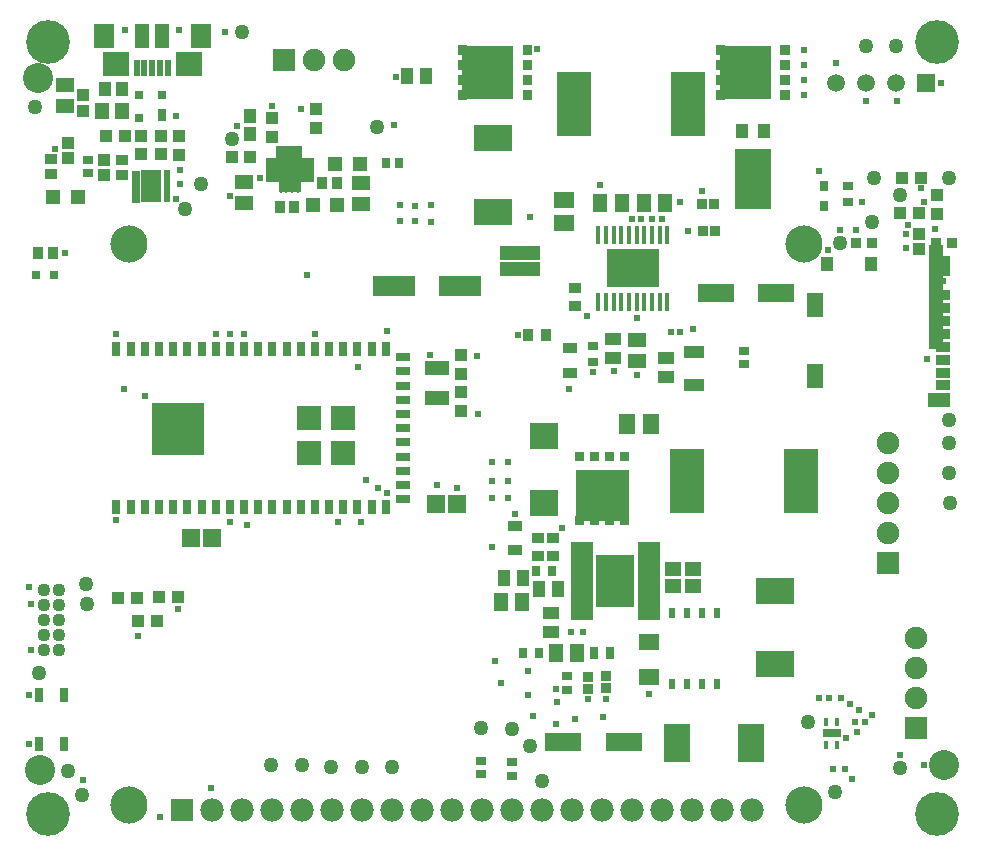
<source format=gts>
G04*
G04 #@! TF.GenerationSoftware,Altium Limited,Altium Designer,21.6.1 (37)*
G04*
G04 Layer_Color=8388736*
%FSLAX25Y25*%
%MOIN*%
G70*
G04*
G04 #@! TF.SameCoordinates,18CB3FBA-EE43-4B35-A7A6-DE1691C197D8*
G04*
G04*
G04 #@! TF.FilePolarity,Negative*
G04*
G01*
G75*
%ADD19R,0.12520X0.08584*%
%ADD20R,0.06300X0.02800*%
%ADD21R,0.01200X0.02600*%
%ADD35R,0.03900X0.04500*%
%ADD36R,0.12200X0.20500*%
%ADD37R,0.01900X0.03800*%
%ADD38C,0.05000*%
%ADD49R,0.11400X0.21300*%
%ADD54R,0.01968X0.02362*%
%ADD55R,0.04724X0.03543*%
%ADD56R,0.03150X0.03543*%
%ADD57R,0.02288X0.01860*%
%ADD58R,0.03197X0.02593*%
%ADD59R,0.13410X0.04548*%
%ADD60R,0.03150X0.03150*%
%ADD61R,0.04724X0.04724*%
%ADD62R,0.07119X0.05337*%
%ADD63R,0.02047X0.02047*%
%ADD64R,0.04941X0.05733*%
%ADD65R,0.05924X0.06127*%
%ADD69R,0.12000X0.06300*%
%ADD81R,0.09800X0.08900*%
%ADD87R,0.08584X0.12520*%
%ADD91R,0.02593X0.03197*%
%ADD96R,0.07649X0.25998*%
%ADD97R,0.07200X0.26032*%
%ADD98R,0.02075X0.10691*%
%ADD99R,0.03117X0.10663*%
%ADD100R,0.07770X0.05122*%
%ADD101R,0.16050X0.08280*%
%ADD102R,0.08893X0.04121*%
%ADD103R,0.05027X0.34547*%
%ADD104R,0.03156X0.05124*%
%ADD105R,0.05124X0.03156*%
%ADD106R,0.08274X0.08274*%
%ADD107R,0.08819X0.08819*%
%ADD108O,0.03898X0.01654*%
%ADD109O,0.01654X0.03898*%
%ADD110R,0.07244X0.07244*%
%ADD111R,0.03353X0.03747*%
%ADD112R,0.03550X0.04140*%
%ADD113R,0.03747X0.03156*%
%ADD114R,0.03156X0.03943*%
%ADD115R,0.04337X0.03550*%
%ADD116R,0.03550X0.02762*%
%ADD117R,0.04337X0.03943*%
%ADD118R,0.02959X0.04534*%
%ADD119R,0.03156X0.02762*%
%ADD120R,0.03156X0.04337*%
%ADD121R,0.01800X0.06000*%
%ADD122R,0.17500X0.12800*%
%ADD123R,0.05715X0.07880*%
%ADD124R,0.04337X0.05124*%
%ADD125R,0.05715X0.06502*%
%ADD126R,0.04731X0.03747*%
%ADD127R,0.04731X0.03353*%
%ADD128R,0.07487X0.05006*%
%ADD129R,0.05124X0.07880*%
%ADD130R,0.06699X0.07880*%
%ADD131R,0.08668X0.08274*%
%ADD132R,0.01975X0.05715*%
%ADD133C,0.10000*%
%ADD134R,0.02880X0.02959*%
%ADD135R,0.01975X0.01384*%
%ADD136R,0.07102X0.10646*%
%ADD137R,0.04337X0.04140*%
%ADD138R,0.04337X0.04534*%
%ADD139R,0.05321X0.04731*%
%ADD140R,0.04337X0.04731*%
%ADD141R,0.07093X0.04140*%
%ADD142R,0.06109X0.04928*%
%ADD143R,0.06502X0.05715*%
%ADD144R,0.04140X0.05715*%
%ADD145R,0.05715X0.04140*%
%ADD146R,0.04928X0.06109*%
%ADD147R,0.03235X0.03235*%
%ADD148R,0.14179X0.06699*%
%ADD149R,0.07880X0.04731*%
%ADD150R,0.03943X0.04337*%
%ADD151R,0.05715X0.06502*%
%ADD152R,0.03235X0.03235*%
%ADD153R,0.04140X0.03550*%
%ADD154R,0.03156X0.03747*%
%ADD155R,0.02762X0.03550*%
%ADD156R,0.02959X0.02880*%
%ADD157R,0.06000X0.01800*%
%ADD158R,0.12800X0.17500*%
%ADD159R,0.03550X0.04337*%
%ADD160C,0.07487*%
%ADD161R,0.07487X0.07487*%
%ADD162R,0.07487X0.07487*%
%ADD163C,0.05943*%
%ADD164R,0.05943X0.05943*%
%ADD165R,0.07782X0.07782*%
%ADD166C,0.07782*%
%ADD167C,0.04360*%
%ADD168C,0.12400*%
%ADD169C,0.14573*%
%ADD170C,0.02400*%
G36*
X256407Y262315D02*
X253375D01*
Y265425D01*
X256407D01*
Y262315D01*
D02*
G37*
G36*
X170437D02*
X167406D01*
Y265425D01*
X170437D01*
Y262315D01*
D02*
G37*
G36*
X256407Y257315D02*
X253375D01*
Y260425D01*
X256407D01*
Y257315D01*
D02*
G37*
G36*
X170437D02*
X167406D01*
Y260425D01*
X170437D01*
Y257315D01*
D02*
G37*
G36*
X256407Y252315D02*
X253375D01*
Y255425D01*
X256407D01*
Y252315D01*
D02*
G37*
G36*
X170437D02*
X167406D01*
Y255425D01*
X170437D01*
Y252315D01*
D02*
G37*
G36*
X256407Y247315D02*
X253375D01*
Y250425D01*
X256407D01*
Y247315D01*
D02*
G37*
G36*
X234871Y265150D02*
X250206D01*
Y256370D01*
Y247591D01*
X234871D01*
Y247315D01*
X231839D01*
Y250425D01*
X233315D01*
Y252315D01*
X231839D01*
Y255425D01*
X233315D01*
Y256370D01*
Y257315D01*
X231839D01*
Y260425D01*
X233315D01*
Y262315D01*
X231839D01*
Y265425D01*
X234871D01*
Y265150D01*
D02*
G37*
G36*
X170437Y247315D02*
X167406D01*
Y250425D01*
X170437D01*
Y247315D01*
D02*
G37*
G36*
X148901Y265150D02*
X164237D01*
Y256370D01*
Y247591D01*
X148901D01*
Y247315D01*
X145870D01*
Y250425D01*
X147345D01*
Y252315D01*
X145870D01*
Y255425D01*
X147345D01*
Y256370D01*
Y257315D01*
X145870D01*
Y260425D01*
X147345D01*
Y262315D01*
X145870D01*
Y265425D01*
X148901D01*
Y265150D01*
D02*
G37*
G36*
X203029Y126952D02*
X199919D01*
Y129984D01*
X203029D01*
Y126952D01*
D02*
G37*
G36*
X198029D02*
X194919D01*
Y129984D01*
X198029D01*
Y126952D01*
D02*
G37*
G36*
X193029D02*
X189919D01*
Y129984D01*
X193029D01*
Y126952D01*
D02*
G37*
G36*
X188029D02*
X184919D01*
Y129984D01*
X188029D01*
Y126952D01*
D02*
G37*
G36*
X202753Y108448D02*
X203029D01*
Y105416D01*
X199919D01*
Y106892D01*
X198029D01*
Y105416D01*
X194919D01*
Y106892D01*
X193029D01*
Y105416D01*
X189919D01*
Y106892D01*
X188029D01*
Y105416D01*
X184919D01*
Y108448D01*
X185194D01*
Y123784D01*
X202753D01*
Y108448D01*
D02*
G37*
D19*
X157653Y234362D02*
D03*
Y209738D02*
D03*
X251519Y83664D02*
D03*
Y59040D02*
D03*
D20*
X270418Y36106D02*
D03*
D21*
X272386Y32256D02*
D03*
X268449D02*
D03*
Y39956D02*
D03*
X272386D02*
D03*
D35*
X240501Y236680D02*
D03*
X247745D02*
D03*
D36*
X244123Y220980D02*
D03*
D37*
X232308Y76166D02*
D03*
Y52566D02*
D03*
X227308D02*
D03*
X222308D02*
D03*
X217308D02*
D03*
Y76166D02*
D03*
X222308D02*
D03*
X227308D02*
D03*
D38*
X113783Y24969D02*
D03*
X4800Y244900D02*
D03*
X60098Y219228D02*
D03*
X73905Y269700D02*
D03*
X54882Y210773D02*
D03*
X70431Y234047D02*
D03*
X273376Y199555D02*
D03*
X283785Y206531D02*
D03*
X309411Y140394D02*
D03*
X284444Y221101D02*
D03*
X293179Y215604D02*
D03*
X309570Y221101D02*
D03*
X15800Y23600D02*
D03*
X20600Y15400D02*
D03*
X21900Y85796D02*
D03*
X22100Y79100D02*
D03*
X6168Y56200D02*
D03*
X271563Y16622D02*
D03*
X262737Y39956D02*
D03*
X291856Y265150D02*
D03*
X123783Y24969D02*
D03*
X309548Y133000D02*
D03*
X119034Y238318D02*
D03*
X281761Y265150D02*
D03*
X153600Y37921D02*
D03*
X293300Y24400D02*
D03*
X309570Y123000D02*
D03*
X164018Y37549D02*
D03*
X309800Y112893D02*
D03*
X170052Y31991D02*
D03*
X93883Y25469D02*
D03*
X83583D02*
D03*
X173993Y20057D02*
D03*
X103716Y24969D02*
D03*
D49*
X184494Y245947D02*
D03*
X222694D02*
D03*
X260394Y120229D02*
D03*
X222194D02*
D03*
D54*
X274839Y24106D02*
D03*
X270902D02*
D03*
X187582Y69860D02*
D03*
X183644D02*
D03*
X273639Y47806D02*
D03*
X269702D02*
D03*
D55*
X183222Y156200D02*
D03*
Y164467D02*
D03*
X165035Y105277D02*
D03*
Y97010D02*
D03*
D56*
X267795Y211923D02*
D03*
Y218616D02*
D03*
D57*
X220000Y169800D02*
D03*
X217000D02*
D03*
D58*
X275876Y218465D02*
D03*
Y213137D02*
D03*
D59*
X166618Y190689D02*
D03*
Y196008D02*
D03*
D60*
X5347Y188800D02*
D03*
X11253D02*
D03*
D61*
X105728Y212338D02*
D03*
X97460D02*
D03*
X113328Y225866D02*
D03*
X105060D02*
D03*
X19134Y214799D02*
D03*
X10866D02*
D03*
D62*
X209492Y66522D02*
D03*
Y54898D02*
D03*
D63*
X278385Y39956D02*
D03*
X281535D02*
D03*
D64*
X33751Y243348D02*
D03*
X27249D02*
D03*
D65*
X138534Y112402D02*
D03*
X145666D02*
D03*
X56845Y101200D02*
D03*
X63977D02*
D03*
D69*
X252050Y182900D02*
D03*
X231750D02*
D03*
X201292Y33223D02*
D03*
X180992D02*
D03*
D81*
X174592Y135093D02*
D03*
Y112893D02*
D03*
D87*
X218853Y32756D02*
D03*
X243477D02*
D03*
D91*
X172848Y62910D02*
D03*
X167520D02*
D03*
D96*
X209468Y86727D02*
D03*
D97*
X187092Y86725D02*
D03*
D98*
X48739Y218375D02*
D03*
D99*
X38547Y218153D02*
D03*
D100*
X89742Y218687D02*
D03*
D101*
X89851Y223778D02*
D03*
D102*
X89495Y229813D02*
D03*
D103*
X305255Y181390D02*
D03*
D104*
X32065Y111417D02*
D03*
X36789D02*
D03*
X41514D02*
D03*
X46238D02*
D03*
X50963D02*
D03*
X55687D02*
D03*
X60411D02*
D03*
X65136D02*
D03*
X69860D02*
D03*
X74585D02*
D03*
X79309D02*
D03*
X84034D02*
D03*
X88758D02*
D03*
X93482D02*
D03*
X98207D02*
D03*
X102931D02*
D03*
X107656D02*
D03*
X112380D02*
D03*
X117104D02*
D03*
X121829D02*
D03*
Y164173D02*
D03*
X117104D02*
D03*
X112380D02*
D03*
X107656D02*
D03*
X98207D02*
D03*
X93482D02*
D03*
X88758D02*
D03*
X84034D02*
D03*
X79309D02*
D03*
X74585D02*
D03*
X69860D02*
D03*
X65136D02*
D03*
X60411D02*
D03*
X55687D02*
D03*
X50963D02*
D03*
X46238D02*
D03*
X41514D02*
D03*
X36789D02*
D03*
X32065D02*
D03*
X102931D02*
D03*
D105*
X127502Y114157D02*
D03*
Y123606D02*
D03*
Y128331D02*
D03*
Y133055D02*
D03*
Y137779D02*
D03*
Y142504D02*
D03*
Y147228D02*
D03*
Y151953D02*
D03*
Y156677D02*
D03*
Y161402D02*
D03*
Y118882D02*
D03*
D106*
X107600Y129585D02*
D03*
X96360D02*
D03*
X107600Y141097D02*
D03*
X96360D02*
D03*
D107*
X56840Y133317D02*
D03*
X48108D02*
D03*
X56840Y141908D02*
D03*
X48108D02*
D03*
D108*
X83893Y226953D02*
D03*
Y224984D02*
D03*
Y223016D02*
D03*
Y221047D02*
D03*
X95507D02*
D03*
Y223016D02*
D03*
Y224984D02*
D03*
Y226953D02*
D03*
D109*
X86747Y218193D02*
D03*
X88716D02*
D03*
X90684D02*
D03*
X92653D02*
D03*
Y229807D02*
D03*
X90684D02*
D03*
X88716D02*
D03*
X86747D02*
D03*
D110*
X89700Y224000D02*
D03*
D111*
X283785Y199555D02*
D03*
X278667D02*
D03*
X310488D02*
D03*
X305369D02*
D03*
D112*
X86434Y211438D02*
D03*
X91355D02*
D03*
X10961Y196100D02*
D03*
X6039D02*
D03*
X100533Y219638D02*
D03*
X105455D02*
D03*
D113*
X164018Y26500D02*
D03*
Y21972D02*
D03*
X22500Y222740D02*
D03*
Y227268D02*
D03*
X182200Y55185D02*
D03*
Y50657D02*
D03*
X241297Y159054D02*
D03*
Y163581D02*
D03*
X153600Y26974D02*
D03*
Y22446D02*
D03*
D114*
X196726Y62910D02*
D03*
X191214D02*
D03*
D115*
X184994Y178595D02*
D03*
Y184500D02*
D03*
X177718Y101194D02*
D03*
Y95288D02*
D03*
X172602Y95288D02*
D03*
Y101194D02*
D03*
D116*
X190942Y165107D02*
D03*
Y159989D02*
D03*
D117*
X83893Y234864D02*
D03*
Y241163D02*
D03*
X146933Y155953D02*
D03*
Y162253D02*
D03*
X53000Y235150D02*
D03*
Y228850D02*
D03*
X146933Y149909D02*
D03*
Y143610D02*
D03*
X40402Y235319D02*
D03*
Y229020D02*
D03*
X46902Y235319D02*
D03*
Y229020D02*
D03*
X305667Y209305D02*
D03*
Y215604D02*
D03*
X98547Y237817D02*
D03*
Y244116D02*
D03*
D118*
X6168Y32531D02*
D03*
Y48869D02*
D03*
X14632D02*
D03*
Y32531D02*
D03*
D119*
X39449Y241283D02*
D03*
Y248764D02*
D03*
X47323D02*
D03*
D120*
Y242071D02*
D03*
D121*
X192678Y179847D02*
D03*
X195237D02*
D03*
X197796D02*
D03*
X200355D02*
D03*
X202914D02*
D03*
X205473D02*
D03*
X208032D02*
D03*
X210591D02*
D03*
X213150D02*
D03*
X215709D02*
D03*
X215709Y202247D02*
D03*
X213150D02*
D03*
X210591D02*
D03*
X208032D02*
D03*
X205473D02*
D03*
X202914D02*
D03*
X200355D02*
D03*
X197796D02*
D03*
X195237D02*
D03*
X192678D02*
D03*
D122*
X204194Y191047D02*
D03*
D123*
X265019Y155299D02*
D03*
Y178803D02*
D03*
D124*
X283425Y192582D02*
D03*
X268858D02*
D03*
D125*
X307145Y191893D02*
D03*
D126*
X307638Y182208D02*
D03*
Y177878D02*
D03*
Y173547D02*
D03*
Y169216D02*
D03*
Y164886D02*
D03*
Y160555D02*
D03*
Y156224D02*
D03*
D127*
Y152090D02*
D03*
D128*
X306259Y147327D02*
D03*
D129*
X47303Y268368D02*
D03*
X40610D02*
D03*
D130*
X60098D02*
D03*
X27815D02*
D03*
D131*
X56161Y259116D02*
D03*
X31752D02*
D03*
D132*
X49075Y257837D02*
D03*
X46516D02*
D03*
X43957D02*
D03*
X41398D02*
D03*
X38839D02*
D03*
D133*
X307800Y25600D02*
D03*
X6039Y254500D02*
D03*
X6500Y23900D02*
D03*
D134*
X233355Y248870D02*
D03*
Y253870D02*
D03*
Y258870D02*
D03*
Y263870D02*
D03*
X254891D02*
D03*
Y258870D02*
D03*
Y253870D02*
D03*
Y248870D02*
D03*
X147385D02*
D03*
Y253870D02*
D03*
Y258870D02*
D03*
Y263870D02*
D03*
X168921D02*
D03*
Y258870D02*
D03*
Y253870D02*
D03*
Y248870D02*
D03*
D135*
X38169Y222772D02*
D03*
Y221000D02*
D03*
Y219228D02*
D03*
Y217457D02*
D03*
Y215685D02*
D03*
Y213913D02*
D03*
X48799D02*
D03*
Y215685D02*
D03*
Y217457D02*
D03*
Y219228D02*
D03*
Y221000D02*
D03*
Y222772D02*
D03*
D136*
X43484Y218342D02*
D03*
D137*
X299478Y197404D02*
D03*
Y202522D02*
D03*
X16000Y227882D02*
D03*
Y233000D02*
D03*
X20752Y248756D02*
D03*
Y243638D02*
D03*
X27815Y227228D02*
D03*
Y222110D02*
D03*
D138*
X76730Y235992D02*
D03*
Y241897D02*
D03*
D139*
X224339Y85110D02*
D03*
X217646D02*
D03*
X224139Y90810D02*
D03*
X217446D02*
D03*
D140*
X28146Y250713D02*
D03*
X33854D02*
D03*
D141*
X224657Y163117D02*
D03*
Y152093D02*
D03*
D142*
X205500Y167223D02*
D03*
Y160137D02*
D03*
X74585Y219972D02*
D03*
Y212885D02*
D03*
X15000Y245213D02*
D03*
Y252299D02*
D03*
X113494Y212551D02*
D03*
Y219638D02*
D03*
D143*
X181308Y213984D02*
D03*
Y206110D02*
D03*
D144*
X172843Y84310D02*
D03*
X179142D02*
D03*
X129050Y255037D02*
D03*
X135350D02*
D03*
X161343Y87710D02*
D03*
X167642D02*
D03*
D145*
X197700Y167617D02*
D03*
Y161318D02*
D03*
X215109Y154920D02*
D03*
Y161219D02*
D03*
X176992Y69860D02*
D03*
Y76159D02*
D03*
D146*
X207833Y212900D02*
D03*
X214920D02*
D03*
X160149Y79710D02*
D03*
X167236D02*
D03*
X178449Y62910D02*
D03*
X185536D02*
D03*
X200437Y212947D02*
D03*
X193350D02*
D03*
D147*
X231569Y203500D02*
D03*
X227631D02*
D03*
X231169Y212500D02*
D03*
X227232D02*
D03*
D148*
X124434Y185166D02*
D03*
X146481D02*
D03*
D149*
X139000Y157725D02*
D03*
Y147883D02*
D03*
D150*
X34902Y235319D02*
D03*
X28602D02*
D03*
X45650Y73600D02*
D03*
X39350D02*
D03*
X300278Y221069D02*
D03*
X293979D02*
D03*
X293179Y209354D02*
D03*
X299478D02*
D03*
X46150Y81400D02*
D03*
X52450D02*
D03*
X32650Y81200D02*
D03*
X38950D02*
D03*
X76730Y228270D02*
D03*
X70431D02*
D03*
D151*
X210215Y139157D02*
D03*
X202341D02*
D03*
D152*
X189238Y54889D02*
D03*
Y50952D02*
D03*
X195300Y55269D02*
D03*
Y51332D02*
D03*
D153*
X10098Y222543D02*
D03*
Y227465D02*
D03*
X33854Y222209D02*
D03*
Y227130D02*
D03*
D154*
X126356Y226264D02*
D03*
X121829D02*
D03*
D155*
X172033Y90095D02*
D03*
X177152D02*
D03*
D156*
X201474Y128468D02*
D03*
X196474D02*
D03*
X191474D02*
D03*
X186474D02*
D03*
Y106932D02*
D03*
X191474D02*
D03*
X196474D02*
D03*
X201474D02*
D03*
D157*
X187092Y98241D02*
D03*
Y95682D02*
D03*
Y93123D02*
D03*
Y90564D02*
D03*
Y88005D02*
D03*
Y85446D02*
D03*
Y82887D02*
D03*
Y80328D02*
D03*
Y77769D02*
D03*
Y75210D02*
D03*
X209492Y75210D02*
D03*
Y77769D02*
D03*
Y80328D02*
D03*
Y82887D02*
D03*
Y88005D02*
D03*
Y90564D02*
D03*
Y93123D02*
D03*
Y98241D02*
D03*
Y85446D02*
D03*
Y95682D02*
D03*
D158*
X198293Y86725D02*
D03*
D159*
X169374Y168750D02*
D03*
X175279D02*
D03*
D160*
X289300Y123000D02*
D03*
Y113000D02*
D03*
Y103000D02*
D03*
Y133000D02*
D03*
X298500Y67800D02*
D03*
Y57800D02*
D03*
Y47800D02*
D03*
X98000Y260370D02*
D03*
X108000D02*
D03*
D161*
X289300Y93000D02*
D03*
X298500Y37800D02*
D03*
D162*
X88000Y260370D02*
D03*
D163*
X271856Y252782D02*
D03*
X281856D02*
D03*
X291856D02*
D03*
D164*
X301856D02*
D03*
D165*
X53800Y10500D02*
D03*
D166*
X63800D02*
D03*
X83800D02*
D03*
X93800D02*
D03*
X103800D02*
D03*
X113800D02*
D03*
X123800D02*
D03*
X133800D02*
D03*
X143800D02*
D03*
X153800D02*
D03*
X163800D02*
D03*
X173800D02*
D03*
X183800D02*
D03*
X193800D02*
D03*
X203800D02*
D03*
X213800D02*
D03*
X223800D02*
D03*
X233800D02*
D03*
X243800D02*
D03*
X73800D02*
D03*
D167*
X8000Y83900D02*
D03*
Y78900D02*
D03*
X13000Y83900D02*
D03*
Y78900D02*
D03*
Y68900D02*
D03*
Y73900D02*
D03*
X8000Y68900D02*
D03*
Y73900D02*
D03*
Y63900D02*
D03*
X13000D02*
D03*
D168*
X261300Y199160D02*
D03*
X36300Y12160D02*
D03*
Y199160D02*
D03*
X261300Y12160D02*
D03*
D169*
X305709Y9252D02*
D03*
Y266339D02*
D03*
X9252Y9252D02*
D03*
Y266339D02*
D03*
D170*
X113642Y106342D02*
D03*
X295335Y197990D02*
D03*
X275368Y34413D02*
D03*
X295800Y205400D02*
D03*
X160220Y52906D02*
D03*
X178738Y46391D02*
D03*
X185021Y40982D02*
D03*
X158128Y60319D02*
D03*
X193150Y218766D02*
D03*
X222694Y203500D02*
D03*
X227272Y216866D02*
D03*
X307472Y186954D02*
D03*
X305044Y196545D02*
D03*
Y204201D02*
D03*
X300278Y217801D02*
D03*
X302249Y160994D02*
D03*
X269135Y197212D02*
D03*
X295335Y202449D02*
D03*
X278706Y203714D02*
D03*
X273376Y203675D02*
D03*
X266220Y223380D02*
D03*
X280551Y213109D02*
D03*
X301375Y213137D02*
D03*
X178629Y39093D02*
D03*
X63700Y17700D02*
D03*
X46500Y8200D02*
D03*
X266400Y47918D02*
D03*
X278894Y36376D02*
D03*
X277282Y20900D02*
D03*
X283987Y42116D02*
D03*
X276570Y45906D02*
D03*
X279700Y43800D02*
D03*
X301100Y25600D02*
D03*
X292193Y246837D02*
D03*
X281856D02*
D03*
X306856Y252782D02*
D03*
X271854Y259618D02*
D03*
X261200Y263870D02*
D03*
Y253700D02*
D03*
Y258700D02*
D03*
Y248700D02*
D03*
X11500Y231000D02*
D03*
X293300Y28716D02*
D03*
X207020Y207344D02*
D03*
X203820D02*
D03*
X122400Y116135D02*
D03*
X119200Y117700D02*
D03*
X98207Y169136D02*
D03*
X115200Y120500D02*
D03*
X125077Y254846D02*
D03*
X157153Y114535D02*
D03*
Y120076D02*
D03*
Y126353D02*
D03*
X162524D02*
D03*
Y120076D02*
D03*
Y114535D02*
D03*
X165830Y168750D02*
D03*
X136778Y206632D02*
D03*
X131520Y206999D02*
D03*
X126424D02*
D03*
X136778Y212223D02*
D03*
X131520Y212000D02*
D03*
X126580Y212223D02*
D03*
X224088Y170785D02*
D03*
X169897Y208079D02*
D03*
X210591Y207509D02*
D03*
X172361Y264234D02*
D03*
X213898Y207380D02*
D03*
X188931Y175051D02*
D03*
X190942Y156545D02*
D03*
X182980Y150821D02*
D03*
X205420Y174592D02*
D03*
X197796Y156692D02*
D03*
X205643Y155440D02*
D03*
X219956Y213200D02*
D03*
X122400Y170100D02*
D03*
X136687Y162253D02*
D03*
X152087Y161859D02*
D03*
X51830Y214126D02*
D03*
X72103Y238592D02*
D03*
X39182Y68400D02*
D03*
X2944Y84975D02*
D03*
X79851Y221333D02*
D03*
X52065Y241753D02*
D03*
X83859Y245213D02*
D03*
X124634Y238936D02*
D03*
X14993Y196100D02*
D03*
X3500Y63900D02*
D03*
Y79110D02*
D03*
X139000Y119000D02*
D03*
X169250Y56907D02*
D03*
X194280Y41514D02*
D03*
X170951Y41856D02*
D03*
X169250Y48728D02*
D03*
X178449Y50952D02*
D03*
X107600Y141097D02*
D03*
X96360D02*
D03*
Y129585D02*
D03*
X48108Y133317D02*
D03*
Y141908D02*
D03*
X56840D02*
D03*
Y133317D02*
D03*
X107600Y129585D02*
D03*
X157200Y98241D02*
D03*
X34902Y270500D02*
D03*
X52858D02*
D03*
X68300Y269700D02*
D03*
X20800Y20600D02*
D03*
X209492Y49166D02*
D03*
X75700Y105600D02*
D03*
X74585Y169136D02*
D03*
X32065D02*
D03*
X164994Y109142D02*
D03*
X195300Y47544D02*
D03*
X189238Y47600D02*
D03*
X53166Y224000D02*
D03*
X112500Y158100D02*
D03*
X152453Y142582D02*
D03*
X52450Y77372D02*
D03*
X69860Y106529D02*
D03*
Y215075D02*
D03*
X34500Y150800D02*
D03*
X41514Y148600D02*
D03*
X3031Y32531D02*
D03*
X2900Y49000D02*
D03*
X145700Y117700D02*
D03*
X95507Y188800D02*
D03*
X105800Y106400D02*
D03*
X32065Y107097D02*
D03*
X53187Y219269D02*
D03*
X69860Y169136D02*
D03*
X65200Y169200D02*
D03*
X180511Y104543D02*
D03*
X93482Y244096D02*
D03*
M02*

</source>
